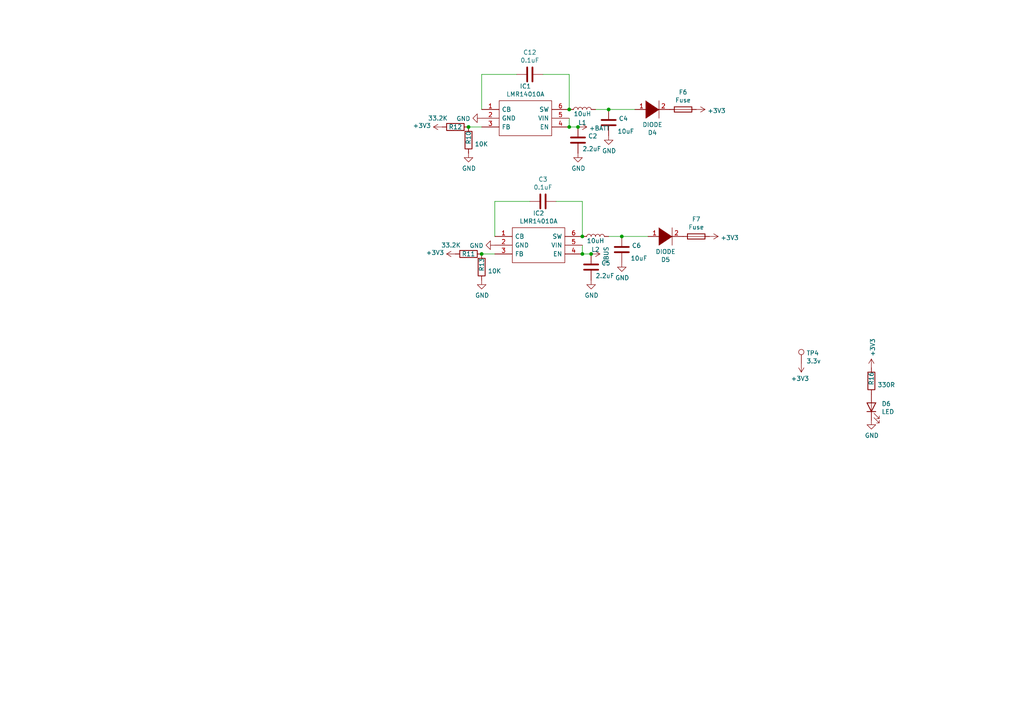
<source format=kicad_sch>
(kicad_sch (version 20230121) (generator eeschema)
  (paper "A4")
  (lib_symbols
    (symbol "Connector:TestPoint" (pin_numbers hide) (pin_names (offset 0.762) hide)
      (property "Reference" "TP" (at 0 6.858 0))
      (property "Value" "TestPoint" (at 0 5.08 0))
      (symbol "TestPoint_0_1"
        (circle (center 0 3.302) (radius 0.762))
      )
      (symbol "TestPoint_1_1"
        (pin passive line (at 0 0 90) (length 2.54) (name "1") (number "1"))
      )
    )
    (symbol "Device:C" (pin_numbers hide) (pin_names (offset 0.254))
      (property "Reference" "C" (at 0.635 2.54 0))
      (property "Value" "C" (at 0.635 -2.54 0))
      (symbol "C_0_1"
        (polyline (pts (xy -2.032 -0.762) (xy 2.032 -0.762)) (stroke (width 0.508)))
        (polyline (pts (xy -2.032 0.762) (xy 2.032 0.762)) (stroke (width 0.508)))
      )
      (symbol "C_1_1"
        (pin passive line (at 0 3.81 270) (length 2.794) (name "~") (number "1"))
        (pin passive line (at 0 -3.81 90) (length 2.794) (name "~") (number "2"))
      )
    )
    (symbol "Device:Fuse" (pin_numbers hide) (pin_names (offset 0))
      (property "Reference" "F" (at 2.032 0 90))
      (property "Value" "Fuse" (at -1.905 0 90))
      (symbol "Fuse_0_1"
        (rectangle (start -0.762 -2.54) (end 0.762 2.54) (stroke (width 0.254)))
        (polyline (pts (xy 0 2.54) (xy 0 -2.54)))
      )
      (symbol "Fuse_1_1"
        (pin passive line (at 0 3.81 270) (length 1.27) (name "~") (number "1"))
        (pin passive line (at 0 -3.81 90) (length 1.27) (name "~") (number "2"))
      )
    )
    (symbol "Device:L" (pin_numbers hide) (pin_names (offset 1.016) hide)
      (property "Reference" "L" (at -1.27 0 90))
      (property "Value" "L" (at 1.905 0 90))
      (symbol "L_0_1"
        (arc (start 0 -2.54) (mid 0.6323 -1.905) (end 0 -1.27))
        (arc (start 0 -1.27) (mid 0.6323 -0.635) (end 0 0))
        (arc (start 0 0) (mid 0.6323 0.635) (end 0 1.27))
        (arc (start 0 1.27) (mid 0.6323 1.905) (end 0 2.54))
      )
      (symbol "L_1_1"
        (pin passive line (at 0 3.81 270) (length 1.27) (name "1") (number "1"))
        (pin passive line (at 0 -3.81 90) (length 1.27) (name "2") (number "2"))
      )
    )
    (symbol "Device:LED" (pin_numbers hide) (pin_names (offset 1.016) hide)
      (property "Reference" "D" (at 0 2.54 0))
      (property "Value" "LED" (at 0 -2.54 0))
      (symbol "LED_0_1"
        (polyline (pts (xy -1.27 -1.27) (xy -1.27 1.27)) (stroke (width 0.254)))
        (polyline (pts (xy -1.27 0) (xy 1.27 0)))
        (polyline (pts (xy 1.27 -1.27) (xy 1.27 1.27) (xy -1.27 0) (xy 1.27 -1.27)) (stroke (width 0.254)))
        (polyline (pts (xy -3.048 -0.762) (xy -4.572 -2.286) (xy -3.81 -2.286) (xy -4.572 -2.286) (xy -4.572 -1.524)))
        (polyline (pts (xy -1.778 -0.762) (xy -3.302 -2.286) (xy -2.54 -2.286) (xy -3.302 -2.286) (xy -3.302 -1.524)))
      )
      (symbol "LED_1_1"
        (pin passive line (at -3.81 0 0) (length 2.54) (name "K") (number "1"))
        (pin passive line (at 3.81 0 180) (length 2.54) (name "A") (number "2"))
      )
    )
    (symbol "Device:R" (pin_numbers hide) (pin_names (offset 0))
      (property "Reference" "R" (at 2.032 0 90))
      (property "Value" "R" (at 0 0 90))
      (symbol "R_0_1"
        (rectangle (start -1.016 -2.54) (end 1.016 2.54) (stroke (width 0.254)))
      )
      (symbol "R_1_1"
        (pin passive line (at 0 3.81 270) (length 1.27) (name "~") (number "1"))
        (pin passive line (at 0 -3.81 90) (length 1.27) (name "~") (number "2"))
      )
    )
    (symbol "LMR50410YQDBVRQ1:LMR50410YQDBVRQ1" (pin_names (offset 0.762))
      (property "Reference" "IC" (at 21.59 7.62 0))
      (property "Value" "LMR50410YQDBVRQ1" (at 21.59 5.08 0))
      (symbol "LMR50410YQDBVRQ1_0_0"
        (pin passive line (at 0 0 0) (length 5.08) (name "CB") (number "1"))
        (pin passive line (at 0 -2.54 0) (length 5.08) (name "GND") (number "2"))
        (pin passive line (at 0 -5.08 0) (length 5.08) (name "FB") (number "3"))
        (pin passive line (at 25.4 -5.08 180) (length 5.08) (name "EN") (number "4"))
        (pin passive line (at 25.4 -2.54 180) (length 5.08) (name "VIN") (number "5"))
        (pin passive line (at 25.4 0 180) (length 5.08) (name "SW") (number "6"))
      )
      (symbol "LMR50410YQDBVRQ1_0_1"
        (polyline (pts (xy 5.08 2.54) (xy 20.32 2.54) (xy 20.32 -7.62) (xy 5.08 -7.62) (xy 5.08 2.54)) (stroke (width 0.1524)))
      )
    )
    (symbol "SmallKat-v2-rescue:+3.3V-power" (power) (pin_names (offset 0))
      (property "Value" "+3.3V-power" (at 0 3.556 0))
      (symbol "+3.3V-power_0_1"
        (polyline (pts (xy -0.762 1.27) (xy 0 2.54)))
        (polyline (pts (xy 0 0) (xy 0 2.54)))
        (polyline (pts (xy 0 2.54) (xy 0.762 1.27)))
      )
      (symbol "+3.3V-power_1_1"
        (pin power_in line (at 0 0 90) (length 0) hide (name "+3V3") (number "1"))
      )
    )
    (symbol "power:+BATT" (power) (pin_names (offset 0))
      (property "Value" "+BATT" (at 0 3.556 0))
      (symbol "+BATT_0_1"
        (polyline (pts (xy -0.762 1.27) (xy 0 2.54)))
        (polyline (pts (xy 0 0) (xy 0 2.54)))
        (polyline (pts (xy 0 2.54) (xy 0.762 1.27)))
      )
      (symbol "+BATT_1_1"
        (pin power_in line (at 0 0 90) (length 0) hide (name "+BATT") (number "1"))
      )
    )
    (symbol "power:GND" (power) (pin_names (offset 0))
      (property "Value" "GND" (at 0 -3.81 0))
      (symbol "GND_0_1"
        (polyline (pts (xy 0 0) (xy 0 -1.27) (xy 1.27 -1.27) (xy 0 -2.54) (xy -1.27 -1.27) (xy 0 -1.27)))
      )
      (symbol "GND_1_1"
        (pin power_in line (at 0 0 270) (length 0) hide (name "GND") (number "1"))
      )
    )
    (symbol "power:VBUS" (power) (pin_names (offset 0))
      (property "Value" "VBUS" (at 0 3.81 0))
      (symbol "VBUS_0_1"
        (polyline (pts (xy -0.762 1.27) (xy 0 2.54)))
        (polyline (pts (xy 0 0) (xy 0 2.54)))
        (polyline (pts (xy 0 2.54) (xy 0.762 1.27)))
      )
      (symbol "VBUS_1_1"
        (pin power_in line (at 0 0 90) (length 0) hide (name "VBUS") (number "1"))
      )
    )
    (symbol "pspice:DIODE" (pin_names (offset 1.016) hide)
      (property "Reference" "D" (at 0 3.81 0))
      (property "Value" "DIODE" (at 0 -4.445 0))
      (symbol "DIODE_0_1"
        (polyline (pts (xy 1.905 2.54) (xy 1.905 -2.54)))
        (polyline (pts (xy -1.905 2.54) (xy -1.905 -2.54) (xy 1.905 0)) (fill (type outline)))
      )
      (symbol "DIODE_1_1"
        (pin input line (at -5.08 0 0) (length 3.81) (name "K") (number "1"))
        (pin input line (at 5.08 0 180) (length 3.81) (name "A") (number "2"))
      )
    )
  )
  (junction (at 171.45 73.66))
  (junction (at 168.91 73.66))
  (junction (at 167.64 36.83))
  (junction (at 168.91 68.58))
  (junction (at 180.34 68.58))
  (junction (at 176.53 31.75))
  (junction (at 135.89 36.83))
  (junction (at 139.7 73.66))
  (junction (at 165.1 31.75))
  (junction (at 165.1 36.83))
  (wire (pts (xy 161.29 58.42) (xy 168.91 58.42)))
  (wire (pts (xy 143.51 58.42) (xy 153.67 58.42)))
  (wire (pts (xy 165.1 34.29) (xy 165.1 36.83)))
  (wire (pts (xy 168.91 73.66) (xy 171.45 73.66)))
  (wire (pts (xy 168.91 58.42) (xy 168.91 68.58)))
  (wire (pts (xy 176.53 68.58) (xy 180.34 68.58)))
  (wire (pts (xy 172.72 31.75) (xy 176.53 31.75)))
  (wire (pts (xy 187.96 68.58) (xy 180.34 68.58)))
  (wire (pts (xy 135.89 36.83) (xy 139.7 36.83)))
  (wire (pts (xy 168.91 71.12) (xy 168.91 73.66)))
  (wire (pts (xy 157.48 21.59) (xy 165.1 21.59)))
  (wire (pts (xy 139.7 31.75) (xy 139.7 21.59)))
  (wire (pts (xy 165.1 21.59) (xy 165.1 31.75)))
  (wire (pts (xy 139.7 73.66) (xy 143.51 73.66)))
  (wire (pts (xy 184.15 31.75) (xy 176.53 31.75)))
  (wire (pts (xy 143.51 68.58) (xy 143.51 58.42)))
  (wire (pts (xy 139.7 21.59) (xy 149.86 21.59)))
  (wire (pts (xy 165.1 36.83) (xy 167.64 36.83)))
  (symbol (lib_id "Device:C") (at 153.67 21.59 270) (unit 1)
    (property "Reference" "C12" (at 153.67 15.1892 90))
    (property "Value" "0.1uF" (at 153.67 17.5006 90))
    (property "Footprint" "Capacitor_SMD:C_0402_1005Metric" (effects hide))
  )
  (symbol (lib_id "Device:R") (at 132.08 36.83 90) (unit 1)
    (property "Reference" "R12" (at 132.08 36.83 90))
    (property "Value" "33.2K" (at 127 34.29 90))
    (property "Footprint" "Resistor_SMD:R_0402_1005Metric" (effects hide))
  )
  (symbol (lib_id "Device:R") (at 135.89 40.64 180) (unit 1)
    (property "Reference" "R10" (at 135.89 41.91 90) (effects (justify right)))
    (property "Value" "10K" (at 137.668 41.783 0) (effects (justify right)))
    (property "Footprint" "Resistor_SMD:R_0402_1005Metric" (effects hide))
  )
  (symbol (lib_id "power:GND") (at 135.89 44.45 0) (unit 1)
    (property "Reference" "#PWR0113" (effects hide))
    (property "Value" "GND" (at 136.017 48.8442 0))
  )
  (symbol (lib_id "SmallKat-v2-rescue:+3.3V-power") (at 128.27 36.83 90) (unit 1)
    (property "Reference" "#PWR0114" (effects hide))
    (property "Value" "+3.3V" (at 125.0188 36.449 90) (effects (justify left)))
  )
  (symbol (lib_id "Device:C") (at 176.53 35.56 0) (unit 1)
    (property "Reference" "C4" (at 179.451 34.3916 0) (effects (justify left)))
    (property "Value" "10uF" (at 179.07 38.1 0) (effects (justify left)))
    (property "Footprint" "Capacitor_SMD:C_0805_2012Metric" (effects hide))
  )
  (symbol (lib_id "Device:C") (at 167.64 40.64 0) (unit 1)
    (property "Reference" "C2" (at 170.561 39.4716 0) (effects (justify left)))
    (property "Value" "2.2uF" (at 168.91 43.18 0) (effects (justify left)))
    (property "Footprint" "Capacitor_SMD:C_0805_2012Metric" (effects hide))
  )
  (symbol (lib_id "Device:L") (at 168.91 31.75 90) (unit 1)
    (property "Reference" "L1" (at 168.91 35.56 90))
    (property "Value" "10uH" (at 168.91 33.02 90))
    (property "Footprint" "Inductor_SMD:L_0805_2012Metric" (effects hide))
  )
  (symbol (lib_id "SmallKat-v2-rescue:+3.3V-power") (at 201.93 31.75 270) (unit 1)
    (property "Reference" "#PWR0116" (effects hide))
    (property "Value" "+3.3V" (at 205.1812 32.131 90) (effects (justify left)))
  )
  (symbol (lib_id "SmallKat-v2-rescue:+3.3V-power") (at 232.41 105.41 180) (unit 1)
    (property "Reference" "#PWR0112" (effects hide))
    (property "Value" "+3.3V" (at 232.029 109.8042 0))
  )
  (symbol (lib_id "Connector:TestPoint") (at 232.41 105.41 0) (unit 1) (in_bom no)
    (property "Reference" "TP4" (at 233.8832 102.4128 0) (effects (justify left)))
    (property "Value" "3.3v" (at 233.8832 104.7242 0) (effects (justify left)))
    (property "Footprint" "TestPoint:TestPoint_Pad_D2.0mm" (effects hide))
  )
  (symbol (lib_id "Device:R") (at 252.73 110.49 0) (unit 1)
    (property "Reference" "R16" (at 252.73 111.76 90) (effects (justify left)))
    (property "Value" "330R" (at 254.508 111.633 0) (effects (justify left)))
    (property "Footprint" "Resistor_SMD:R_0402_1005Metric" (effects hide))
  )
  (symbol (lib_id "Device:LED") (at 252.73 118.11 90) (unit 1)
    (property "Reference" "D6" (at 255.7018 117.1194 90) (effects (justify right)))
    (property "Value" "LED" (at 255.7018 119.4308 90) (effects (justify right)))
    (property "Footprint" "LED_SMD:LED_0603_1608Metric" (effects hide))
  )
  (symbol (lib_id "power:GND") (at 252.73 121.92 0) (unit 1)
    (property "Reference" "#PWR0110" (effects hide))
    (property "Value" "GND" (at 252.857 126.3142 0))
  )
  (symbol (lib_id "SmallKat-v2-rescue:+3.3V-power") (at 252.73 106.68 0) (unit 1)
    (property "Reference" "#PWR0111" (effects hide))
    (property "Value" "+3.3V" (at 253.111 103.4288 90) (effects (justify left)))
  )
  (symbol (lib_id "power:+BATT") (at 167.64 36.83 270) (unit 1)
    (property "Reference" "#PWR0118" (effects hide))
    (property "Value" "+BATT" (at 170.8658 37.211 90) (effects (justify left)))
  )
  (symbol (lib_id "power:VBUS") (at 171.45 73.66 270) (unit 1)
    (property "Reference" "#PWR0126" (effects hide))
    (property "Value" "VBUS" (at 175.8442 74.041 0))
  )
  (symbol (lib_id "pspice:DIODE") (at 189.23 31.75 0) (unit 1)
    (property "Reference" "D4" (at 189.23 38.481 0))
    (property "Value" "DIODE" (at 189.23 36.1696 0))
    (property "Footprint" "Diode_SMD:D_SOD-123F" (effects hide))
  )
  (symbol (lib_id "LMR50410YQDBVRQ1:LMR50410YQDBVRQ1") (at 139.7 31.75 0) (unit 1)
    (property "Reference" "IC1" (at 152.4 25.019 0))
    (property "Value" "LMR14010A" (at 152.4 27.3304 0))
    (property "Footprint" "Package_TO_SOT_SMD:SOT-23-6" (effects hide))
    (property "Datasheet" "https://www.ti.com/lit/ds/symlink/lmr50410-q1.pdf?ts=1599768400389&ref_url=https%253A%252F%252Fwww.ti.com%252Fstore%252Fti%252Fen%252Fp%252Fproduct%252F%253Fp%253DLMR50410YQDBVRQ1" (effects hide))
    (property "Description" "Switching Voltage Regulators Automotive qualified SIMPLE SWITCHER 4-V to 36-V, 1-A synchronous step-down converter 6-SOT-23 -40 to 150" (effects hide))
    (property "Height" "1.45" (effects hide))
    (property "Manufacturer_Name" "Texas Instruments" (effects hide))
    (property "Manufacturer_Part_Number" "LMR50410YQDBVRQ1" (effects hide))
    (property "Arrow Part Number" "LMR50410YQDBVRQ1" (effects hide))
    (property "Arrow Price/Stock" "https://www.arrow.com/en/products/lmr50410yqdbvrq1/texas-instruments" (effects hide))
    (property "Mouser Part Number" "595-LMR50410YQDBVRQ1" (effects hide))
    (property "Mouser Price/Stock" "https://www.mouser.co.uk/ProductDetail/Texas-Instruments/LMR50410YQDBVRQ1?qs=bAKSY%2FctAC7Hv1DHEiqbKw%3D%3D" (effects hide))
  )
  (symbol (lib_id "power:GND") (at 139.7 34.29 270) (unit 1)
    (property "Reference" "#PWR0115" (effects hide))
    (property "Value" "GND" (at 136.4488 34.417 90) (effects (justify right)))
  )
  (symbol (lib_id "power:GND") (at 167.64 44.45 0) (unit 1)
    (property "Reference" "#PWR0117" (effects hide))
    (property "Value" "GND" (at 167.767 48.8442 0))
  )
  (symbol (lib_id "power:GND") (at 176.53 39.37 0) (unit 1)
    (property "Reference" "#PWR0119" (effects hide))
    (property "Value" "GND" (at 176.657 43.7642 0))
  )
  (symbol (lib_id "Device:C") (at 157.48 58.42 270) (unit 1)
    (property "Reference" "C3" (at 157.48 52.0192 90))
    (property "Value" "0.1uF" (at 157.48 54.3306 90))
    (property "Footprint" "Capacitor_SMD:C_0402_1005Metric" (effects hide))
  )
  (symbol (lib_id "Device:R") (at 135.89 73.66 90) (unit 1)
    (property "Reference" "R11" (at 135.89 73.66 90))
    (property "Value" "33.2K" (at 130.81 71.12 90))
    (property "Footprint" "Resistor_SMD:R_0402_1005Metric" (effects hide))
  )
  (symbol (lib_id "Device:R") (at 139.7 77.47 180) (unit 1)
    (property "Reference" "R13" (at 139.7 78.74 90) (effects (justify right)))
    (property "Value" "10K" (at 141.478 78.613 0) (effects (justify right)))
    (property "Footprint" "Resistor_SMD:R_0402_1005Metric" (effects hide))
  )
  (symbol (lib_id "power:GND") (at 139.7 81.28 0) (unit 1)
    (property "Reference" "#PWR0120" (effects hide))
    (property "Value" "GND" (at 139.827 85.6742 0))
  )
  (symbol (lib_id "SmallKat-v2-rescue:+3.3V-power") (at 132.08 73.66 90) (unit 1)
    (property "Reference" "#PWR0121" (effects hide))
    (property "Value" "+3.3V" (at 128.8288 73.279 90) (effects (justify left)))
  )
  (symbol (lib_id "Device:C") (at 180.34 72.39 0) (unit 1)
    (property "Reference" "C6" (at 183.261 71.2216 0) (effects (justify left)))
    (property "Value" "10uF" (at 182.88 74.93 0) (effects (justify left)))
    (property "Footprint" "Capacitor_SMD:C_0805_2012Metric" (effects hide))
  )
  (symbol (lib_id "Device:C") (at 171.45 77.47 0) (unit 1)
    (property "Reference" "C5" (at 174.371 76.3016 0) (effects (justify left)))
    (property "Value" "2.2uF" (at 172.72 80.01 0) (effects (justify left)))
    (property "Footprint" "Capacitor_SMD:C_0805_2012Metric" (effects hide))
  )
  (symbol (lib_id "Device:L") (at 172.72 68.58 90) (unit 1)
    (property "Reference" "L2" (at 172.72 72.39 90))
    (property "Value" "10uH" (at 172.72 69.85 90))
    (property "Footprint" "Inductor_SMD:L_0805_2012Metric" (effects hide))
  )
  (symbol (lib_id "SmallKat-v2-rescue:+3.3V-power") (at 205.74 68.58 270) (unit 1)
    (property "Reference" "#PWR0122" (effects hide))
    (property "Value" "+3.3V" (at 208.9912 68.961 90) (effects (justify left)))
  )
  (symbol (lib_id "pspice:DIODE") (at 193.04 68.58 0) (unit 1)
    (property "Reference" "D5" (at 193.04 75.311 0))
    (property "Value" "DIODE" (at 193.04 72.9996 0))
    (property "Footprint" "Diode_SMD:D_SOD-123F" (effects hide))
  )
  (symbol (lib_id "LMR50410YQDBVRQ1:LMR50410YQDBVRQ1") (at 143.51 68.58 0) (unit 1)
    (property "Reference" "IC2" (at 156.21 61.849 0))
    (property "Value" "LMR14010A" (at 156.21 64.1604 0))
    (property "Footprint" "Package_TO_SOT_SMD:SOT-23-6" (effects hide))
    (property "Datasheet" "https://www.ti.com/lit/ds/symlink/lmr50410-q1.pdf?ts=1599768400389&ref_url=https%253A%252F%252Fwww.ti.com%252Fstore%252Fti%252Fen%252Fp%252Fproduct%252F%253Fp%253DLMR50410YQDBVRQ1" (effects hide))
    (property "Description" "Switching Voltage Regulators Automotive qualified SIMPLE SWITCHER 4-V to 36-V, 1-A synchronous step-down converter 6-SOT-23 -40 to 150" (effects hide))
    (property "Height" "1.45" (effects hide))
    (property "Manufacturer_Name" "Texas Instruments" (effects hide))
    (property "Manufacturer_Part_Number" "LMR50410YQDBVRQ1" (effects hide))
    (property "Arrow Part Number" "LMR50410YQDBVRQ1" (effects hide))
    (property "Arrow Price/Stock" "https://www.arrow.com/en/products/lmr50410yqdbvrq1/texas-instruments" (effects hide))
    (property "Mouser Part Number" "595-LMR50410YQDBVRQ1" (effects hide))
    (property "Mouser Price/Stock" "https://www.mouser.co.uk/ProductDetail/Texas-Instruments/LMR50410YQDBVRQ1?qs=bAKSY%2FctAC7Hv1DHEiqbKw%3D%3D" (effects hide))
  )
  (symbol (lib_id "power:GND") (at 143.51 71.12 270) (unit 1)
    (property "Reference" "#PWR0123" (effects hide))
    (property "Value" "GND" (at 140.2588 71.247 90) (effects (justify right)))
  )
  (symbol (lib_id "power:GND") (at 171.45 81.28 0) (unit 1)
    (property "Reference" "#PWR0124" (effects hide))
    (property "Value" "GND" (at 171.577 85.6742 0))
  )
  (symbol (lib_id "power:GND") (at 180.34 76.2 0) (unit 1)
    (property "Reference" "#PWR0125" (effects hide))
    (property "Value" "GND" (at 180.467 80.5942 0))
  )
  (symbol (lib_id "Device:Fuse") (at 198.12 31.75 270) (unit 1)
    (property "Reference" "F6" (at 198.12 26.7462 90))
    (property "Value" "Fuse" (at 198.12 29.0576 90))
    (property "Footprint" "Fuse:Fuse_1206_3216Metric" (effects hide))
  )
  (symbol (lib_id "Device:Fuse") (at 201.93 68.58 270) (unit 1)
    (property "Reference" "F7" (at 201.93 63.5762 90))
    (property "Value" "Fuse" (at 201.93 65.8876 90))
    (property "Footprint" "Fuse:Fuse_1206_3216Metric" (effects hide))
  )
)
</source>
